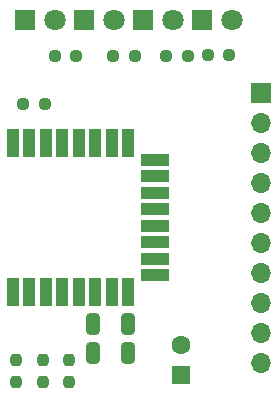
<source format=gts>
%TF.GenerationSoftware,KiCad,Pcbnew,7.0.10*%
%TF.CreationDate,2024-03-15T22:51:05-04:00*%
%TF.ProjectId,DW1000 BU-01,44573130-3030-4204-9255-2d30312e6b69,rev?*%
%TF.SameCoordinates,Original*%
%TF.FileFunction,Soldermask,Top*%
%TF.FilePolarity,Negative*%
%FSLAX46Y46*%
G04 Gerber Fmt 4.6, Leading zero omitted, Abs format (unit mm)*
G04 Created by KiCad (PCBNEW 7.0.10) date 2024-03-15 22:51:05*
%MOMM*%
%LPD*%
G01*
G04 APERTURE LIST*
G04 Aperture macros list*
%AMRoundRect*
0 Rectangle with rounded corners*
0 $1 Rounding radius*
0 $2 $3 $4 $5 $6 $7 $8 $9 X,Y pos of 4 corners*
0 Add a 4 corners polygon primitive as box body*
4,1,4,$2,$3,$4,$5,$6,$7,$8,$9,$2,$3,0*
0 Add four circle primitives for the rounded corners*
1,1,$1+$1,$2,$3*
1,1,$1+$1,$4,$5*
1,1,$1+$1,$6,$7*
1,1,$1+$1,$8,$9*
0 Add four rect primitives between the rounded corners*
20,1,$1+$1,$2,$3,$4,$5,0*
20,1,$1+$1,$4,$5,$6,$7,0*
20,1,$1+$1,$6,$7,$8,$9,0*
20,1,$1+$1,$8,$9,$2,$3,0*%
G04 Aperture macros list end*
%ADD10RoundRect,0.237500X0.250000X0.237500X-0.250000X0.237500X-0.250000X-0.237500X0.250000X-0.237500X0*%
%ADD11R,1.800000X1.800000*%
%ADD12C,1.800000*%
%ADD13RoundRect,0.250000X-0.325000X-0.650000X0.325000X-0.650000X0.325000X0.650000X-0.325000X0.650000X0*%
%ADD14RoundRect,0.237500X-0.237500X0.250000X-0.237500X-0.250000X0.237500X-0.250000X0.237500X0.250000X0*%
%ADD15R,1.700000X1.700000*%
%ADD16O,1.700000X1.700000*%
%ADD17R,1.600000X1.600000*%
%ADD18C,1.600000*%
%ADD19R,1.000000X2.450000*%
%ADD20R,2.450000X1.000000*%
%ADD21RoundRect,0.237500X-0.250000X-0.237500X0.250000X-0.237500X0.250000X0.237500X-0.250000X0.237500X0*%
G04 APERTURE END LIST*
D10*
%TO.C,R5*%
X3198500Y-10160000D03*
X1373500Y-10160000D03*
%TD*%
D11*
%TO.C,D4*%
X16475000Y-3000000D03*
D12*
X19015000Y-3000000D03*
%TD*%
D13*
%TO.C,C2*%
X7275000Y-28750000D03*
X10225000Y-28750000D03*
%TD*%
D11*
%TO.C,D3*%
X11475000Y-3000000D03*
D12*
X14015000Y-3000000D03*
%TD*%
D13*
%TO.C,C1*%
X7300000Y-31250000D03*
X10250000Y-31250000D03*
%TD*%
D14*
%TO.C,R7*%
X3000000Y-31837500D03*
X3000000Y-33662500D03*
%TD*%
D15*
%TO.C,J1*%
X21500000Y-9210000D03*
D16*
X21500000Y-11750000D03*
X21500000Y-14290000D03*
X21500000Y-16830000D03*
X21500000Y-19370000D03*
X21500000Y-21910000D03*
X21500000Y-24450000D03*
X21500000Y-26990000D03*
X21500000Y-29530000D03*
X21500000Y-32070000D03*
%TD*%
D11*
%TO.C,D1*%
X1475000Y-3000000D03*
D12*
X4015000Y-3000000D03*
%TD*%
D10*
%TO.C,R3*%
X15287000Y-6096000D03*
X13462000Y-6096000D03*
%TD*%
D17*
%TO.C,C3*%
X14732000Y-33059380D03*
D18*
X14732000Y-30559380D03*
%TD*%
D19*
%TO.C,DWM1*%
X451200Y-26050000D03*
X1851200Y-26050000D03*
X3251200Y-26050000D03*
X4651200Y-26050000D03*
X6051200Y-26050000D03*
X7451200Y-26050000D03*
X8851200Y-26050000D03*
X10251200Y-26050000D03*
D20*
X12546200Y-24650000D03*
X12546200Y-23250000D03*
X12546200Y-21850000D03*
X12546200Y-20450000D03*
X12546200Y-19050000D03*
X12546200Y-17650000D03*
X12546200Y-16250000D03*
X12546200Y-14850000D03*
D19*
X10250000Y-13450000D03*
X8850000Y-13450000D03*
X7451200Y-13450000D03*
X6051200Y-13450000D03*
X4651200Y-13450000D03*
X3251200Y-13450000D03*
X1851200Y-13450000D03*
X451200Y-13450000D03*
%TD*%
D11*
%TO.C,D2*%
X6475000Y-3000000D03*
D12*
X9015000Y-3000000D03*
%TD*%
D10*
%TO.C,R2*%
X10818500Y-6096000D03*
X8993500Y-6096000D03*
%TD*%
D21*
%TO.C,R4*%
X16994500Y-6000000D03*
X18819500Y-6000000D03*
%TD*%
D10*
%TO.C,R1*%
X5865500Y-6096000D03*
X4040500Y-6096000D03*
%TD*%
D14*
%TO.C,R6*%
X750000Y-31837500D03*
X750000Y-33662500D03*
%TD*%
%TO.C,R8*%
X5250000Y-31837500D03*
X5250000Y-33662500D03*
%TD*%
M02*

</source>
